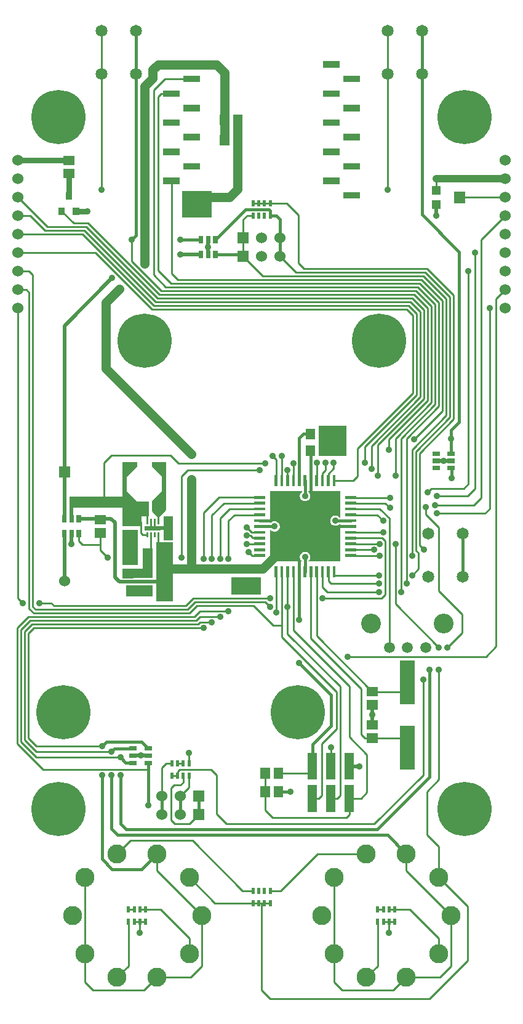
<source format=gbr>
G04 start of page 2 for group 0 idx 0 *
G04 Title: (unknown), top *
G04 Creator: pcb 20110918 *
G04 CreationDate: Tue 28 Jun 2016 03:12:40 AM GMT UTC *
G04 For: railfan *
G04 Format: Gerber/RS-274X *
G04 PCB-Dimensions: 275000 550000 *
G04 PCB-Coordinate-Origin: lower left *
%MOIN*%
%FSLAX25Y25*%
%LNTOP*%
%ADD44C,0.0730*%
%ADD43C,0.0870*%
%ADD42C,0.0390*%
%ADD41C,0.0350*%
%ADD40C,0.1285*%
%ADD39C,0.0380*%
%ADD38C,0.0360*%
%ADD37R,0.0230X0.0230*%
%ADD36R,0.0240X0.0240*%
%ADD35R,0.0197X0.0197*%
%ADD34R,0.0098X0.0098*%
%ADD33R,0.0787X0.0787*%
%ADD32R,0.0500X0.0500*%
%ADD31R,0.0157X0.0157*%
%ADD30R,0.0240X0.0240*%
%ADD29R,0.0512X0.0512*%
%ADD28R,0.0340X0.0340*%
%ADD27R,0.0350X0.0350*%
%ADD26R,0.0630X0.0630*%
%ADD25R,0.0470X0.0470*%
%ADD24R,0.0167X0.0167*%
%ADD23C,0.1030*%
%ADD22C,0.1070*%
%ADD21C,0.0590*%
%ADD20C,0.0650*%
%ADD19C,0.2937*%
%ADD18C,0.0600*%
%ADD17C,0.0400*%
%ADD16C,0.0150*%
%ADD15C,0.0200*%
%ADD14C,0.0500*%
%ADD13C,0.0100*%
%ADD12C,0.0300*%
%ADD11C,0.0001*%
G54D11*G36*
X84500Y258000D02*Y271000D01*
X89500D01*
Y258000D01*
X84500D01*
G37*
G36*
X62000Y244500D02*Y263500D01*
X70500D01*
Y262059D01*
X70495Y262000D01*
X70500Y261941D01*
Y244500D01*
X62000D01*
G37*
G36*
X78500Y237500D02*X73000D01*
Y253500D01*
X78500D01*
Y237500D01*
G37*
G36*
X62000D02*Y242500D01*
X78500D01*
Y237500D01*
X62000D01*
G37*
G36*
X33500Y281500D02*X65500D01*
Y275500D01*
X33500D01*
Y281500D01*
G37*
G36*
X71000Y279000D02*X76500D01*
Y271000D01*
X71000D01*
Y279000D01*
G37*
G36*
X62000Y265500D02*Y279000D01*
X72500D01*
Y265500D01*
X62000D01*
G37*
G36*
X81500Y271000D02*X78500Y274000D01*
Y278000D01*
X85000D01*
Y274500D01*
X81500Y271000D01*
G37*
G36*
X94500Y447000D02*X110500D01*
Y432500D01*
X94500D01*
Y447000D01*
G37*
G36*
X80500Y225000D02*Y257000D01*
X89500D01*
Y225000D01*
X80500D01*
G37*
G36*
X78500Y233500D02*Y227500D01*
X64000D01*
Y233500D01*
X78500D01*
G37*
G36*
X121000Y238000D02*X137000D01*
Y228500D01*
X121000D01*
Y238000D01*
G37*
G36*
X142000Y284500D02*X159250D01*
Y284188D01*
X159014Y283986D01*
X158728Y283651D01*
X158497Y283275D01*
X158329Y282868D01*
X158226Y282439D01*
X158191Y282000D01*
X158226Y281561D01*
X158329Y281132D01*
X158497Y280725D01*
X158728Y280349D01*
X159014Y280014D01*
X159349Y279728D01*
X159725Y279497D01*
X160132Y279329D01*
X160561Y279226D01*
X161000Y279191D01*
X161439Y279226D01*
X161868Y279329D01*
X162275Y279497D01*
X162651Y279728D01*
X162986Y280014D01*
X163272Y280349D01*
X163503Y280725D01*
X163671Y281132D01*
X163774Y281561D01*
X163800Y282000D01*
X163774Y282439D01*
X163671Y282868D01*
X163503Y283275D01*
X163272Y283651D01*
X162986Y283986D01*
X162750Y284188D01*
Y284500D01*
X180000D01*
Y270399D01*
X179688D01*
X179486Y270635D01*
X179151Y270921D01*
X178775Y271152D01*
X178368Y271320D01*
X177939Y271423D01*
X177500Y271458D01*
X177061Y271423D01*
X176632Y271320D01*
X176225Y271152D01*
X175849Y270921D01*
X175514Y270635D01*
X175228Y270300D01*
X174997Y269924D01*
X174829Y269517D01*
X174726Y269088D01*
X174691Y268649D01*
X174726Y268210D01*
X174829Y267781D01*
X174997Y267374D01*
X175228Y266998D01*
X175514Y266663D01*
X175849Y266377D01*
X176225Y266146D01*
X176632Y265978D01*
X177061Y265875D01*
X177500Y265840D01*
X177939Y265875D01*
X178368Y265978D01*
X178775Y266146D01*
X179151Y266377D01*
X179486Y266663D01*
X179688Y266899D01*
X180000D01*
Y246500D01*
X162750D01*
Y246812D01*
X162986Y247014D01*
X163272Y247349D01*
X163503Y247725D01*
X163671Y248132D01*
X163774Y248561D01*
X163800Y249000D01*
X163774Y249439D01*
X163671Y249868D01*
X163503Y250275D01*
X163272Y250651D01*
X162986Y250986D01*
X162651Y251272D01*
X162275Y251503D01*
X161868Y251671D01*
X161439Y251774D01*
X161000Y251809D01*
X160561Y251774D01*
X160132Y251671D01*
X159725Y251503D01*
X159349Y251272D01*
X159014Y250986D01*
X158728Y250651D01*
X158497Y250275D01*
X158329Y249868D01*
X158226Y249439D01*
X158191Y249000D01*
X158226Y248561D01*
X158329Y248132D01*
X158497Y247725D01*
X158728Y247349D01*
X159014Y247014D01*
X159250Y246812D01*
Y246500D01*
X142000D01*
Y263750D01*
X142312D01*
X142514Y263514D01*
X142849Y263228D01*
X143225Y262997D01*
X143632Y262829D01*
X144061Y262726D01*
X144500Y262691D01*
X144939Y262726D01*
X145368Y262829D01*
X145775Y262997D01*
X146151Y263228D01*
X146486Y263514D01*
X146772Y263849D01*
X147003Y264225D01*
X147171Y264632D01*
X147274Y265061D01*
X147300Y265500D01*
X147274Y265939D01*
X147171Y266368D01*
X147003Y266775D01*
X146772Y267151D01*
X146486Y267486D01*
X146151Y267772D01*
X145775Y268003D01*
X145368Y268171D01*
X144939Y268274D01*
X144500Y268309D01*
X144061Y268274D01*
X143632Y268171D01*
X143225Y268003D01*
X142849Y267772D01*
X142514Y267486D01*
X142312Y267250D01*
X142000D01*
Y284500D01*
G37*
G36*
X168500Y320000D02*X183500D01*
Y303500D01*
X168500D01*
Y320000D01*
G37*
G54D12*X33000Y456457D02*Y444200D01*
X5500Y463500D02*X33000D01*
G54D13*X5500Y433500D02*X12000D01*
X20000Y425500D01*
X21500Y427500D02*X5500Y443500D01*
G54D12*X36900Y436000D02*X43000D01*
G54D13*X20000Y425500D02*X41500D01*
X42500Y427500D02*X21500D01*
X43500Y429500D02*X35600D01*
X29100Y436000D01*
X50650Y533800D02*Y447500D01*
X78000Y383000D02*X47500Y413500D01*
X40500Y423500D02*X79000Y385000D01*
G54D14*X60500Y394000D02*X53000Y386500D01*
G54D13*X47500Y413500D02*X5500D01*
Y423500D02*X40500D01*
X88701Y452441D02*Y402299D01*
X5500Y393500D02*X10000D01*
X11500Y392000D01*
X5500Y403500D02*X11500D01*
X13500Y401500D01*
G54D15*X30600Y374100D02*X56500Y400000D01*
G54D14*X53000Y386500D02*Y351000D01*
G54D13*X41500Y425500D02*X80000Y387000D01*
X81000Y389000D02*X42500Y427500D01*
X82000Y391000D02*X43500Y429500D01*
G54D16*X69350Y422850D02*X67000Y420500D01*
G54D13*Y409000D01*
X83000Y393000D02*X67000Y409000D01*
G54D14*X81433Y515433D02*X78500Y512500D01*
X81433Y515433D02*X113067D01*
X117500Y511000D01*
X78500Y512500D02*Y508000D01*
G54D13*X99685Y507559D02*X85059D01*
X79000Y501500D01*
X88701Y499685D02*X83185D01*
X81500Y498000D01*
G54D14*X78500Y508000D02*X74000Y503500D01*
Y407500D01*
G54D13*X81500Y498000D02*Y404000D01*
X79000Y501500D02*Y401500D01*
G54D16*X69350Y533800D02*Y422850D01*
G54D14*X117500Y511000D02*Y474500D01*
X106500Y443500D02*X120000D01*
G54D15*X108500Y420700D02*Y412500D01*
X93500D02*X104600D01*
G54D16*X93500Y420500D02*X104600D01*
G54D14*X120000Y443500D02*X124500Y448000D01*
Y485500D01*
X99500Y304500D02*X53000Y351000D01*
G54D13*X136315Y281248D02*X114248D01*
X56000Y304000D02*X88000D01*
X92500Y299500D01*
X139500D01*
X145252Y290185D02*Y301748D01*
X143500Y303500D01*
G54D17*X232000Y453500D02*X269500D01*
G54D13*X232000D02*Y447401D01*
G54D16*X224350Y533800D02*Y434150D01*
G54D13*X205650Y533800D02*Y447500D01*
X88701Y402299D02*X92000Y399000D01*
X81500Y404000D02*X88500Y397000D01*
X79000Y401500D02*X85500Y395000D01*
X127500Y411500D02*Y431500D01*
Y411500D02*X138000Y401000D01*
G54D16*X147500Y431500D02*Y411500D01*
G54D13*X156000Y403000D01*
X157500Y434000D02*Y408000D01*
X160500Y405000D01*
X127500Y431500D02*X129652Y433652D01*
X132776D01*
G54D16*X128700Y437000D02*X112400Y420700D01*
X147500Y431500D02*X145348Y433652D01*
X142224D01*
G54D13*X132776Y440348D02*X151152D01*
X157500Y434000D01*
G54D16*X142224Y433652D02*Y436276D01*
X141500Y437000D01*
X128700D01*
X112400Y412500D02*X127500D01*
G54D13*X160500Y405000D02*X227000D01*
X156000Y403000D02*X226000D01*
X138000Y401000D02*X225000D01*
X92000Y399000D02*X224000D01*
X88500Y397000D02*X223000D01*
X85500Y395000D02*X222000D01*
X83000Y393000D02*X221000D01*
X82000Y391000D02*X220000D01*
X81000Y389000D02*X219000D01*
X80000Y387000D02*X218000D01*
X79000Y385000D02*X217000D01*
X78000Y383000D02*X216000D01*
X256500Y281000D02*Y420500D01*
X253000Y286000D02*Y413500D01*
X249500Y288500D02*Y403500D01*
G54D16*X244500Y414000D02*Y322000D01*
G54D13*X269500Y443500D02*X244750D01*
X256500Y420500D02*X269500Y433500D01*
G54D15*X231950Y439599D02*Y433499D01*
G54D13*X269500Y393500D02*X264500Y388500D01*
G54D16*X224350Y434150D02*X244500Y414000D01*
G54D13*X227000Y405000D02*X241500Y390500D01*
X226000Y403000D02*X239500Y389500D01*
X249000Y282000D02*X253000Y286000D01*
G54D15*X232000Y301000D02*X240200D01*
G54D16*X240500Y291500D02*Y297100D01*
G54D13*X247000Y286000D02*X249500Y288500D01*
X187185Y290185D02*X189500Y292500D01*
X200500Y293000D02*Y309500D01*
X197000Y309000D02*Y296500D01*
X193500Y300000D02*Y308500D01*
X189500Y307500D02*Y292500D01*
X225000Y401000D02*X237500Y388500D01*
X223000Y397000D02*X233500Y386500D01*
X235500Y387500D02*X224000Y399000D01*
X222000Y395000D02*X231500Y385500D01*
X229500Y384500D02*X221000Y393000D01*
X227500Y383500D02*X220000Y391000D01*
X225500Y382500D02*X219000Y389000D01*
X222000Y395000D02*X222250Y394750D01*
X218000Y387000D02*X223500Y381500D01*
X217000Y385000D02*X221500Y380500D01*
X219500Y379500D02*X216000Y383000D01*
X223000Y305000D02*X241500Y323500D01*
X239500Y324500D02*X221000Y306000D01*
G54D16*X240200Y317700D02*X244500Y322000D01*
X240200Y304900D02*Y317750D01*
G54D13*X219000Y307000D02*X237500Y325500D01*
X220000Y312500D02*X235500Y328000D01*
X233500Y330500D02*X216000Y313000D01*
X231500Y331500D02*X213000Y313000D01*
X210000Y293000D02*Y313000D01*
X229500Y332500D01*
X227500Y333500D02*X206500Y312500D01*
Y307000D01*
X200500Y309500D02*X225500Y334500D01*
X223500Y335500D02*X197000Y309000D01*
X193500Y308500D02*X221500Y336500D01*
X219500Y337500D02*X189500Y307500D01*
X239500Y389500D02*Y324500D01*
X237500Y325500D02*Y388500D01*
X235500Y387500D02*Y328000D01*
X233500Y386500D02*Y330500D01*
X241500Y323500D02*Y390500D01*
X231500Y385500D02*Y331500D01*
X229500Y332500D02*Y384500D01*
X227500Y383500D02*Y333500D01*
X225500Y334500D02*Y382500D01*
X223500Y381500D02*Y335500D01*
X221500Y336500D02*Y380500D01*
X219500Y379500D02*Y337500D01*
X85000Y280500D02*Y274500D01*
X81453Y270953D02*X85000Y274500D01*
X78500Y278000D02*Y273906D01*
X81453Y270953D02*X78500Y273906D01*
X81453Y278950D02*Y268142D01*
X94000Y248500D02*Y292500D01*
G54D14*X99500Y242500D02*Y291000D01*
G54D13*X164149Y240815D02*Y204851D01*
G54D16*X161000Y240815D02*Y249000D01*
G54D13*X154700Y209300D02*Y240815D01*
X151551Y207449D02*Y240815D01*
X148401Y205599D02*Y240815D01*
X145252D02*Y219000D01*
G54D16*X157850Y240815D02*Y247000D01*
Y240815D02*Y215000D01*
G54D14*X144500Y249000D02*X138000Y242500D01*
G54D13*X143599Y211901D02*X148401D01*
X143599D02*X133000Y222500D01*
X170448Y240815D02*Y232552D01*
X173000Y230000D01*
X173598Y240815D02*Y235902D01*
X175000Y234500D01*
G54D16*X161000Y290185D02*Y282000D01*
X164150Y290185D02*Y284000D01*
G54D13*X170449Y290185D02*Y294449D01*
X173599Y290185D02*Y294099D01*
X176500Y297000D01*
Y300000D01*
X167300Y290185D02*Y300000D01*
X170449Y294449D02*X172000Y296000D01*
Y300000D01*
G54D16*X164150Y290185D02*Y306500D01*
X160000Y315500D02*X163957D01*
X157851Y290185D02*Y313351D01*
G54D13*X148402Y290185D02*Y303500D01*
X154701Y290185D02*Y299500D01*
X151552Y290185D02*Y296000D01*
G54D16*X157851Y313351D02*X160000Y315500D01*
X136315Y265500D02*X144500D01*
X136315Y268650D02*X142500D01*
G54D14*X138000Y242500D02*X86000D01*
G54D13*X101500Y224500D02*X139500D01*
X142000Y222000D01*
X96500Y222500D02*X100500Y226500D01*
X142000D01*
X136315Y256052D02*X129500D01*
X136315Y259201D02*X132799D01*
X131500Y260500D01*
X129500D01*
X136315Y262351D02*X132149D01*
X129500Y265000D01*
X133000Y222500D02*X102500D01*
X104000Y219500D02*X119500D01*
X104000Y216500D02*X115000D01*
X102500Y222500D02*X98500Y218500D01*
X97500Y220500D02*X101500Y224500D01*
X104000Y216500D02*X102000Y214500D01*
X104000Y219500D02*X101000Y216500D01*
X103000Y212500D02*X104000Y213500D01*
X110500D01*
X97500Y296000D02*X136500D01*
X94000Y292500D02*X97500Y296000D01*
X136315Y271800D02*X122800D01*
X136315Y274949D02*X119949D01*
X115000Y270000D01*
X136315Y278099D02*X117099D01*
X110500Y271500D01*
X114248Y281248D02*X106000Y273000D01*
X122800Y271800D02*X119500Y268500D01*
X115000Y270000D02*Y248000D01*
X110500Y271500D02*Y248000D01*
X106000Y273000D02*Y248000D01*
X119500Y268500D02*Y248000D01*
X136315Y249752D02*X132248D01*
X130500Y251500D01*
G54D15*X30600Y261500D02*Y236000D01*
X34500Y269700D02*Y278000D01*
Y261500D02*Y256000D01*
G54D13*X38400Y261500D02*Y257600D01*
X40500Y255500D01*
G54D15*X30600Y269700D02*Y374100D01*
X38400Y269700D02*X55800D01*
G54D13*X40500Y255500D02*X50000D01*
X52000Y279500D02*Y300000D01*
X54000Y248500D02*X50000Y252500D01*
Y261957D01*
X52000Y300000D02*X56000Y304000D01*
X11500Y392000D02*Y221000D01*
X13500Y401500D02*Y222000D01*
X5500Y383500D02*Y226500D01*
X8000Y224000D01*
G54D15*X78500Y264500D02*X87000D01*
G54D13*X81453Y260858D02*Y255500D01*
X79484Y268142D02*Y264500D01*
X77516Y268142D02*Y264500D01*
Y260858D02*Y250500D01*
X72000Y268000D02*Y262000D01*
G54D15*X55800Y269700D02*X58000Y267500D01*
Y238000D01*
X60500Y235500D01*
X85500D01*
G54D13*X73142Y260858D02*X72000Y262000D01*
X73142Y260858D02*X75547D01*
Y277500D02*Y268142D01*
X98500Y218500D02*X14000D01*
X15000Y220500D02*X97500D01*
X101000Y216500D02*X11000D01*
X25000Y222500D02*X96500D01*
X14000Y210500D02*X11000Y207500D01*
X13000Y212500D02*X9000Y208500D01*
X12000Y214500D02*X7000Y209500D01*
X11000Y216500D02*X5000Y210500D01*
X106000D02*X14000D01*
X102000Y214500D02*X12000D01*
X13000Y212500D02*X103000D01*
X11500Y221000D02*X14000Y218500D01*
X13500Y222000D02*X15000Y220500D01*
X17000Y224000D02*X23500D01*
X25000Y222500D01*
X11000Y207500D02*Y151000D01*
X15500Y146500D01*
X9000Y208500D02*Y150000D01*
X15500Y143500D01*
X7000Y209500D02*Y149000D01*
X15500Y140500D01*
X5000Y210500D02*Y148000D01*
X19000Y134000D01*
X176684Y75572D02*Y18816D01*
X181000Y14500D01*
X200276Y51652D02*Y27805D01*
Y58348D02*X203425D01*
G54D16*X215816Y88287D02*X205603Y98500D01*
G54D13*X200276Y27805D02*X194184Y21713D01*
X142000Y10000D02*X228500D01*
X194185Y88287D02*X167787D01*
X147848Y68348D01*
X142224D01*
X181000Y14500D02*X208602D01*
X215815Y21713D01*
X234213D01*
X240000Y27500D01*
Y55001D01*
X206575Y58348D02*X217652D01*
X233316Y42684D01*
Y34428D01*
X203425Y51652D02*X209724D01*
X206575D02*Y45500D01*
X240000Y55001D02*X215816Y79185D01*
Y88287D01*
X233316Y75572D02*Y92184D01*
X227000Y98500D01*
X228500Y10000D02*X249000Y30500D01*
Y59888D01*
X233316Y75572D01*
X137500Y14500D02*X142000Y10000D01*
X137500Y61652D02*Y14500D01*
X100000Y95500D02*X127152Y68348D01*
X132776D01*
X118500Y104500D02*X113000Y110000D01*
X66398Y95500D02*X100000D01*
G54D16*X205603Y98500D02*X59500D01*
X200000Y101500D02*X64000D01*
G54D13*X198500Y104500D02*X118500D01*
X143500Y108000D02*X183500D01*
X185000Y109500D01*
X112236Y61652D02*X142224D01*
G54D15*X197500Y168957D02*Y158043D01*
G54D13*Y176043D02*X216500D01*
X191500Y153000D02*Y177500D01*
X185000Y179000D02*Y151500D01*
X178000Y176000D02*Y156000D01*
X164149Y204851D02*X191500Y177500D01*
X154700Y209300D02*X185000Y179000D01*
X148401Y205599D02*X178000Y176000D01*
X151551Y207449D02*X180000Y179000D01*
G54D16*X175000Y174350D02*X157850Y191500D01*
G54D13*X167299Y206244D02*X197500Y176043D01*
G54D16*X228500Y188000D02*Y130000D01*
G54D13*X233500Y128500D02*Y188000D01*
Y200000D02*X210000Y223500D01*
X225000Y182500D02*Y131000D01*
G54D16*X175000Y157500D02*X165000Y147500D01*
G54D13*X178000Y156000D02*X170000Y148000D01*
X180000Y179000D02*Y120000D01*
X175000Y135740D02*Y146000D01*
G54D16*Y157500D02*Y174350D01*
X165000Y147500D02*Y135740D01*
G54D13*X167299Y240815D02*Y206244D01*
G54D16*X179500Y265500D02*X185685D01*
G54D13*X170500Y226500D02*X202500D01*
X173000Y230000D02*X201000D01*
X175000Y234500D02*X201000D01*
Y239000D02*X176748D01*
G54D16*X246350Y238200D02*Y261800D01*
G54D13*X264500Y200500D02*X259000Y195000D01*
X184000D01*
X206657Y269843D02*Y200000D01*
X202500Y226500D02*X204500Y228500D01*
Y257500D01*
X246000Y208000D02*X238000Y200000D01*
G54D16*X228500Y130000D02*X200000Y101500D01*
G54D13*X227000Y122000D02*X233500Y128500D01*
X225000Y131000D02*X198500Y104500D01*
X227000Y98500D02*Y122000D01*
X216500Y150957D02*X193543D01*
X191500Y153000D01*
X185000Y151500D02*X194500Y142000D01*
Y121500D01*
X139543Y132000D02*Y111957D01*
X143500Y108000D01*
G54D16*X146543Y122000D02*X153000D01*
G54D13*X146543Y132000D02*X165000D01*
G54D15*X190500Y135740D02*X185000D01*
G54D13*X194500Y121500D02*X191260Y118260D01*
X185000D01*
Y109500D02*Y118260D01*
X180000Y120000D02*X178260Y118260D01*
X175000D01*
X170000Y148000D02*Y120000D01*
X168260Y118260D01*
X165000D01*
X83500Y119500D02*Y135000D01*
G54D16*X61000Y104500D02*Y131000D01*
G54D13*X98224Y137348D02*Y143000D01*
G54D15*X67800Y141500D02*X76000D01*
G54D16*X61000Y140500D02*X63900Y137600D01*
X67800D01*
X76000Y114500D02*Y137600D01*
X57900Y145400D02*X67800D01*
X51000Y146500D02*X53500Y149000D01*
X72400D01*
X76000Y145400D01*
G54D13*X80815Y21713D02*X99213D01*
X105000Y27500D01*
Y55001D01*
X80816Y79185D01*
X82652Y58348D02*X98316Y42684D01*
Y34428D01*
Y75572D02*X112236Y61652D01*
X41684Y75572D02*Y18816D01*
X46000Y14500D01*
X65276Y27805D02*X59184Y21713D01*
X46000Y14500D02*X73602D01*
X80815Y21713D01*
X80816Y79185D02*Y88287D01*
X65276Y51652D02*Y27805D01*
X71575Y58348D02*X82652D01*
X65276D02*X68425D01*
Y51652D02*X74724D01*
X71575D02*Y45500D01*
G54D16*X80816Y88287D02*X72529Y80000D01*
X56500D01*
X51000Y85500D01*
X83500Y109500D02*Y119500D01*
X93500Y109500D02*Y119500D01*
G54D13*X88500Y124000D02*Y106500D01*
X90500Y104500D01*
X98500D01*
G54D16*X103500Y109500D02*Y119500D01*
G54D13*X93500D02*X98224Y124224D01*
X95075Y130652D02*Y127075D01*
X93500Y125500D01*
X98500Y104500D02*X103500Y109500D01*
X83500Y135000D02*X85848Y137348D01*
X88776D01*
X91925D02*X95075D01*
X88776Y130652D02*X91925D01*
Y132925D01*
X93000Y134000D01*
X93500Y125500D02*X90000D01*
X88500Y124000D01*
X98224Y124224D02*Y130652D01*
X113000Y110000D02*Y131000D01*
X110000Y134000D01*
X93000D02*X110000D01*
X19000D02*X76000D01*
X15500Y146500D02*X51000D01*
X56000Y143500D02*X15500D01*
Y140500D02*X61000D01*
G54D16*X56000Y143500D02*X57900Y145400D01*
X51000Y85500D02*Y131000D01*
X59500Y98500D02*X56000Y102000D01*
Y131000D01*
X64000Y101500D02*X61000Y104500D01*
G54D13*X59185Y88287D02*X66398Y95500D01*
X176748Y290185D02*X187185D01*
X261000Y275000D02*X258500Y272500D01*
X252500Y277000D02*X256500Y281000D01*
X185685Y256051D02*X201500D01*
X185685Y259200D02*X202800D01*
X204500Y257500D01*
X185685Y271799D02*X200201D01*
X203500Y268500D01*
X226500Y276000D02*Y272000D01*
X231500Y277000D02*X252500D01*
X232500Y282000D02*X249000D01*
X227500Y284000D02*X229500Y286000D01*
X247000D01*
X226500Y272000D02*X233500Y265000D01*
X185685Y278098D02*X204402D01*
X207000Y275500D01*
Y281000D02*X185685D01*
X264500Y388500D02*Y200500D01*
G54D16*X177500Y268649D02*X185685D01*
G54D13*Y274948D02*X201552D01*
X206657Y269843D01*
X232500Y272500D02*X258500D01*
X261000Y383500D02*Y275000D01*
X223000Y255401D02*Y305000D01*
X219000Y249752D02*Y307000D01*
X216000Y234500D02*Y313000D01*
X213000Y230000D02*Y313000D01*
X210000Y256051D02*Y223500D01*
X185685Y249752D02*X201500D01*
X185685Y262350D02*X203500D01*
X185685Y252901D02*X198500D01*
X223000Y255401D02*X225500Y252901D01*
X221000Y306000D02*Y252500D01*
X222500Y251000D01*
X233500Y265000D02*Y230500D01*
X222500Y251000D02*Y242500D01*
X219000Y239000D01*
X233500Y230500D02*X246000Y218000D01*
Y208000D01*
G54D18*X269500Y383500D03*
G54D19*X201000Y366000D03*
G54D18*X269500Y393500D03*
Y403500D03*
Y413500D03*
Y423500D03*
Y433500D03*
Y443500D03*
Y453500D03*
Y463500D03*
G54D19*X247500Y487000D03*
G54D20*X205650Y510200D03*
Y533800D03*
X224350Y510200D03*
Y533800D03*
G54D18*X5500Y413500D03*
Y423500D03*
Y433500D03*
Y443500D03*
G54D11*G36*
X27600Y298000D02*Y292000D01*
X33600D01*
Y298000D01*
X27600D01*
G37*
G54D18*X5500Y383500D03*
Y393500D03*
Y403500D03*
G54D19*X74000Y366000D03*
G54D18*X5500Y453500D03*
Y463500D03*
G54D19*X27500Y487000D03*
G54D20*X50650Y510200D03*
Y533800D03*
X69350Y510200D03*
Y533800D03*
G54D11*G36*
X124500Y424500D02*Y418500D01*
X130500D01*
Y424500D01*
X124500D01*
G37*
G54D18*X137500Y421500D03*
X147500D03*
G54D11*G36*
X124500Y414500D02*Y408500D01*
X130500D01*
Y414500D01*
X124500D01*
G37*
G54D18*X137500Y411500D03*
X147500D03*
G54D21*X226343Y200000D03*
X216500D03*
X206657D03*
G54D22*X236185Y212992D03*
X196815D03*
G54D20*X227650Y238200D03*
Y261800D03*
X246350Y238200D03*
Y261800D03*
G54D19*X157000Y165000D03*
X27500Y112500D03*
X30000Y165000D03*
G54D18*X30600Y236000D03*
G54D23*X41684Y34428D03*
X35000Y54999D03*
X41684Y75572D03*
X59184Y21713D03*
X59185Y88287D03*
X80816D03*
X98316Y75572D03*
G54D11*G36*
X100500Y112500D02*Y106500D01*
X106500D01*
Y112500D01*
X100500D01*
G37*
G54D18*X93500Y109500D03*
X83500D03*
G54D11*G36*
X100500Y122500D02*Y116500D01*
X106500D01*
Y122500D01*
X100500D01*
G37*
G54D18*X93500Y119500D03*
X83500D03*
G54D19*X247500Y112500D03*
G54D23*X194185Y88287D03*
X215816D03*
X233316Y75572D03*
X240000Y55001D03*
X233316Y34428D03*
X215815Y21713D03*
X194184D03*
X105000Y55001D03*
X170000Y54999D03*
X176684Y75572D03*
X98316Y34428D03*
X80815Y21713D03*
X176684Y34428D03*
G54D24*X132776Y434587D02*Y432717D01*
X135925Y434587D02*Y432717D01*
X139075Y434587D02*Y432717D01*
X142224Y434587D02*Y432717D01*
Y441283D02*Y439413D01*
X139075Y441283D02*Y439413D01*
X135925Y441283D02*Y439413D01*
X132776Y441283D02*Y439413D01*
G54D25*X231950Y447401D02*Y447400D01*
Y439600D02*Y439599D01*
G54D26*X244750Y443500D02*Y443499D01*
G54D27*X183543Y444567D02*X189055D01*
G54D28*X29100Y436300D02*Y435700D01*
X36900Y436300D02*Y435700D01*
X33000Y444500D02*Y443900D01*
G54D29*X32607Y456457D02*X33393D01*
X32607Y463543D02*X33393D01*
G54D30*X104600Y413300D02*Y411700D01*
Y421500D02*Y419900D01*
X108500Y413300D02*Y411700D01*
Y421500D02*Y419900D01*
X112400Y413300D02*Y411700D01*
Y421500D02*Y419900D01*
G54D27*X96929Y444567D02*X102441D01*
X85945Y515433D02*X91457D01*
X85945Y499685D02*X91457D01*
X85945Y483937D02*X91457D01*
X85945Y468189D02*X91457D01*
X85945Y452441D02*X91457D01*
X96929Y460315D02*X102441D01*
X96929Y476063D02*X102441D01*
X96929Y491811D02*X102441D01*
X96929Y507559D02*X102441D01*
G54D29*X117457Y485893D02*Y485107D01*
X124543Y485893D02*Y485107D01*
X117457Y474893D02*Y474107D01*
X124543Y474893D02*Y474107D01*
G54D27*X172559Y515433D02*X178071D01*
X172559Y499685D02*X178071D01*
X172559Y483937D02*X178071D01*
X172559Y468189D02*X178071D01*
X172559Y452441D02*X178071D01*
X183543Y460315D02*X189055D01*
X183543Y476063D02*X189055D01*
X183543Y491811D02*X189055D01*
X183543Y507559D02*X189055D01*
G54D31*X170448Y243028D02*Y238602D01*
X173598Y243028D02*Y238602D01*
X176748Y243028D02*Y238602D01*
X183472Y249752D02*X187898D01*
G54D32*X165000Y123004D02*Y113516D01*
Y140484D02*Y130996D01*
X175000Y123004D02*Y113516D01*
Y140484D02*Y130996D01*
X185000Y123004D02*Y113516D01*
Y140484D02*Y130996D01*
G54D31*X183472Y252901D02*X187898D01*
X183472Y256051D02*X187898D01*
X183472Y259200D02*X187898D01*
X183472Y262350D02*X187898D01*
X183472Y265500D02*X187898D01*
X183472Y268649D02*X187898D01*
X183472Y271799D02*X187898D01*
X183472Y274948D02*X187898D01*
X183472Y278098D02*X187898D01*
X183472Y281248D02*X187898D01*
G54D24*X200276Y52587D02*Y50717D01*
Y59283D02*Y57413D01*
G54D29*X197107Y176043D02*X197893D01*
X197107Y168957D02*X197893D01*
X197107Y150957D02*X197893D01*
X197107Y158043D02*X197893D01*
G54D24*X203425Y52587D02*Y50717D01*
Y59283D02*Y57413D01*
X206575Y52587D02*Y50717D01*
X209724Y52587D02*Y50717D01*
Y59283D02*Y57413D01*
X206575Y59283D02*Y57413D01*
G54D33*X216500Y188991D02*Y173243D01*
Y153557D02*Y137809D01*
G54D31*X154700Y243028D02*Y238602D01*
X157850Y243028D02*Y238602D01*
X161000Y243028D02*Y238602D01*
X164149Y243028D02*Y238602D01*
X145252Y243028D02*Y238602D01*
X148401Y243028D02*Y238602D01*
X151551Y243028D02*Y238602D01*
X167299Y243028D02*Y238602D01*
G54D29*X128607Y242543D02*X129393D01*
X128607Y235457D02*X129393D01*
G54D31*X176748Y292398D02*Y287972D01*
X173599Y292398D02*Y287972D01*
X170449Y292398D02*Y287972D01*
X167300Y292398D02*Y287972D01*
X164150Y292398D02*Y287972D01*
X161000Y292398D02*Y287972D01*
X157851Y292398D02*Y287972D01*
G54D29*X163957Y306893D02*Y306107D01*
X171043Y306893D02*Y306107D01*
X163957Y315893D02*Y315107D01*
X171043Y315893D02*Y315107D01*
G54D31*X154701Y292398D02*Y287972D01*
X151552Y292398D02*Y287972D01*
X148402Y292398D02*Y287972D01*
X145252Y292398D02*Y287972D01*
X134102Y281248D02*X138528D01*
X134102Y278099D02*X138528D01*
X134102Y274949D02*X138528D01*
X134102Y271800D02*X138528D01*
X134102Y268650D02*X138528D01*
X134102Y265500D02*X138528D01*
X134102Y262351D02*X138528D01*
X134102Y259201D02*X138528D01*
X134102Y256052D02*X138528D01*
X134102Y252902D02*X138528D01*
X134102Y249752D02*X138528D01*
G54D30*X231200Y304900D02*X232800D01*
X231200Y301000D02*X232800D01*
X231200Y297100D02*X232800D01*
X239400D02*X241000D01*
X239400Y301000D02*X241000D01*
X239400Y304900D02*X241000D01*
G54D24*X65276Y52587D02*Y50717D01*
Y59283D02*Y57413D01*
X68425Y52587D02*Y50717D01*
Y59283D02*Y57413D01*
X71575Y52587D02*Y50717D01*
X74724Y52587D02*Y50717D01*
Y59283D02*Y57413D01*
X71575Y59283D02*Y57413D01*
X88776Y131587D02*Y129717D01*
X91925Y131587D02*Y129717D01*
X95075Y131587D02*Y129717D01*
X98224Y131587D02*Y129717D01*
Y138283D02*Y136413D01*
X95075Y138283D02*Y136413D01*
X91925Y138283D02*Y136413D01*
X88776Y138283D02*Y136413D01*
G54D30*X75200Y137600D02*X76800D01*
X75200Y141500D02*X76800D01*
X75200Y145400D02*X76800D01*
X67000D02*X68600D01*
X67000Y141500D02*X68600D01*
X67000Y137600D02*X68600D01*
G54D24*X132776Y62587D02*Y60717D01*
X135925Y62587D02*Y60717D01*
X139075Y62587D02*Y60717D01*
X142224Y62587D02*Y60717D01*
Y69283D02*Y67413D01*
X139075Y69283D02*Y67413D01*
X135925Y69283D02*Y67413D01*
X132776Y69283D02*Y67413D01*
G54D29*X139457Y122393D02*Y121607D01*
X146543Y122393D02*Y121607D01*
X139457Y132393D02*Y131607D01*
X146543Y132393D02*Y131607D01*
G54D30*X30600Y262300D02*Y260700D01*
Y270500D02*Y268900D01*
X34500Y262300D02*Y260700D01*
Y270500D02*Y268900D01*
X38400Y262300D02*Y260700D01*
Y270500D02*Y268900D01*
G54D29*X49607Y269043D02*X50393D01*
X49607Y261957D02*X50393D01*
X83043Y230893D02*Y230107D01*
X75957Y230893D02*Y230107D01*
X83043Y240893D02*Y240107D01*
X75957Y240893D02*Y240107D01*
X64607Y239957D02*X65393D01*
X64607Y247043D02*X65393D01*
X64607Y260957D02*X65393D01*
X75957Y250893D02*Y250107D01*
X83043Y250893D02*Y250107D01*
G54D34*X79484Y269028D02*Y267256D01*
X77516Y269028D02*Y267256D01*
X75547Y269028D02*Y267256D01*
G54D29*X64607Y268043D02*X65393D01*
G54D34*X75547Y261744D02*Y259972D01*
X77516Y261744D02*Y259972D01*
X79484Y261744D02*Y259972D01*
X81453Y261744D02*Y259972D01*
G54D35*X75547Y264500D02*X81453D01*
G54D36*X75370D02*X81630D01*
G54D34*X81453Y269028D02*Y267256D01*
G54D37*X79100Y277800D02*X84700D01*
G54D11*G36*
X77956Y278950D02*X83550Y284544D01*
X85671Y282423D01*
X80077Y276829D01*
X77956Y278950D01*
G37*
G36*
X81550Y280950D02*Y276950D01*
X85550D01*
Y280950D01*
X81550D01*
G37*
G54D37*X63300Y299200D02*Y277800D01*
X68900D01*
G54D11*G36*
X64450Y284544D02*X70044Y278950D01*
X67923Y276829D01*
X62329Y282423D01*
X64450Y284544D01*
G37*
G36*
X62450Y280950D02*Y276950D01*
X66450D01*
Y280950D01*
X62450D01*
G37*
G36*
X80077Y300171D02*X85671Y294577D01*
X83550Y292456D01*
X77956Y298050D01*
X80077Y300171D01*
G37*
G54D37*X63300Y299200D02*X68900D01*
G54D11*G36*
X62329Y294577D02*X67923Y300171D01*
X70044Y298050D01*
X64450Y292456D01*
X62329Y294577D01*
G37*
G36*
X62450Y300050D02*Y296050D01*
X66450D01*
Y300050D01*
X62450D01*
G37*
G54D37*X84700Y299200D02*Y277800D01*
X79100Y299200D02*X84700D01*
G54D11*G36*
X81550Y300050D02*Y296050D01*
X85550D01*
Y300050D01*
X81550D01*
G37*
G54D38*X97500Y440000D03*
Y435500D03*
X43000Y436000D03*
X50650Y447500D03*
X74000Y407500D03*
X56500Y400000D03*
X67000Y420500D03*
X60500Y394000D03*
X102500Y440000D03*
Y435500D03*
X107500Y440000D03*
Y435500D03*
X253000Y413500D03*
X249500Y403500D03*
X232000Y453500D03*
X205650Y447500D03*
X108500Y416500D03*
X93500Y412500D03*
Y420500D03*
X231950Y433499D03*
X197500Y163500D03*
X98224Y143000D03*
X190500Y135740D03*
X175000Y146000D03*
X153000Y122000D03*
X71575Y45500D03*
X206575D03*
X51000Y146500D03*
X56000Y143500D03*
X61000Y140500D03*
X72000Y141500D03*
X51000Y131000D03*
X56000D03*
X76000Y114500D03*
X61000Y131000D03*
X157850Y215000D03*
X184000Y195000D03*
X228500Y188000D03*
X233500D03*
Y200000D03*
X157850Y191500D03*
X238000Y200000D03*
X225000Y182500D03*
X106000Y210500D03*
X110500Y213500D03*
X115000Y216500D03*
X145252Y219000D03*
X161000Y249000D03*
X151500Y222000D03*
X170500Y226500D03*
X134500Y235500D03*
Y231000D03*
X129500Y256052D03*
X130500Y251500D03*
X129500Y260500D03*
X123500Y235500D03*
X106000Y248000D03*
X110500D03*
X115000D03*
X119500D03*
X123500Y231000D03*
X142000Y222000D03*
Y226500D03*
X119500Y219500D03*
X87000Y268500D03*
Y260500D03*
Y264500D03*
X94000Y248500D03*
X34500Y256000D03*
X71000Y230500D03*
X67000D03*
X17000Y224000D03*
X8000D03*
X68000Y254000D03*
X64500Y256000D03*
Y252000D03*
X54000Y248500D03*
X177500Y268649D03*
X144500Y265500D03*
X129500Y265000D03*
X161000Y282000D03*
X136500Y296000D03*
X99500Y291000D03*
Y304500D03*
X201500Y256051D03*
X210000D03*
X201500Y249752D03*
X198500Y252901D03*
X203500Y262350D03*
X213000Y230000D03*
X216000Y234500D03*
X219000Y239000D03*
Y249752D03*
X225500Y252901D03*
X201000Y230000D03*
Y234500D03*
Y239000D03*
X261000Y383500D03*
X232500Y272500D03*
X226500Y276000D03*
X231500Y277000D03*
X232500Y282000D03*
X227500Y284000D03*
X240500Y291500D03*
X220000Y312500D03*
X236000Y301000D03*
X240200Y313000D03*
X203500Y268500D03*
X207000Y281000D03*
Y275500D03*
X200500Y293000D03*
X197000Y296500D03*
X193500Y300000D03*
X210000Y293000D03*
X206500Y307000D03*
X148402Y303500D03*
X154701Y299500D03*
X139500D03*
X143500Y303500D03*
X151552Y296000D03*
X167300Y300000D03*
X172000D03*
X176500D03*
Y313000D03*
X181000D03*
X176500Y317500D03*
X181000D03*
G54D15*G54D39*G54D40*G54D39*G54D40*G54D41*G54D39*G54D17*G54D39*G54D40*G54D39*G54D40*G54D41*G54D17*G54D42*G54D43*G54D41*G54D40*G54D17*G54D44*G54D17*G54D40*G54D44*M02*

</source>
